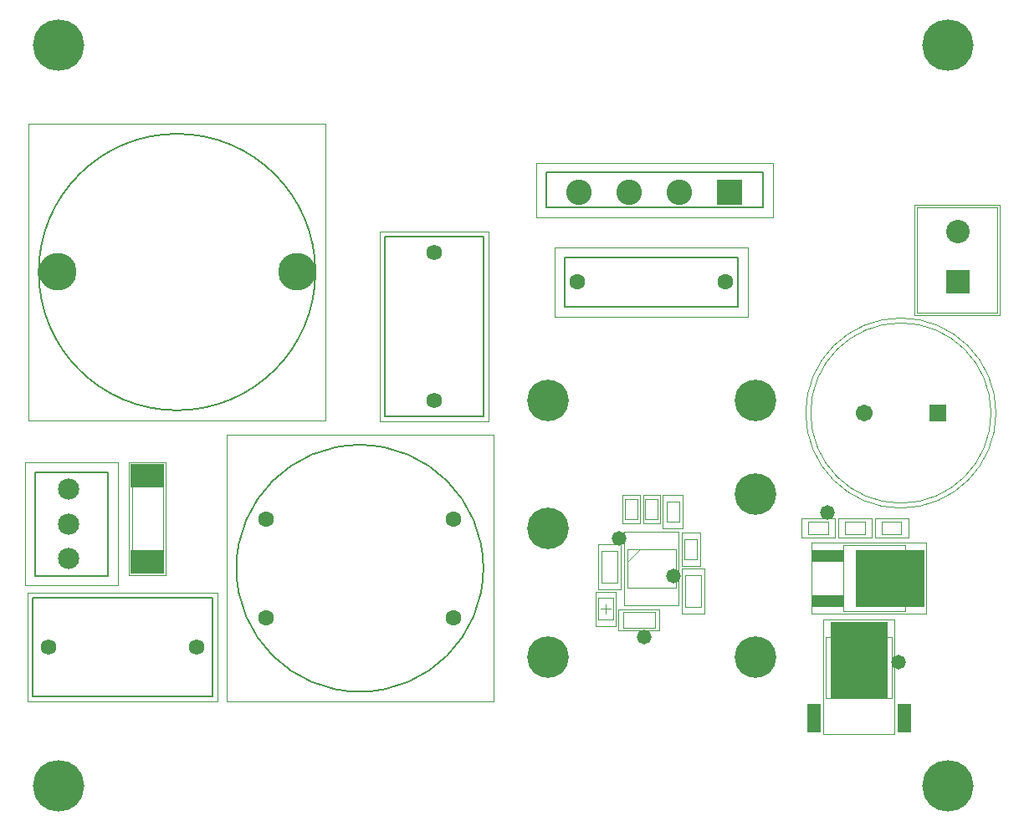
<source format=gts>
G04 Layer_Color=8388736*
%FSLAX25Y25*%
%MOIN*%
G70*
G01*
G75*
%ADD17C,0.00394*%
%ADD18C,0.00787*%
%ADD19C,0.00197*%
%ADD44R,0.22650X0.31115*%
%ADD45R,0.05721X0.11430*%
%ADD46R,0.27572X0.22650*%
%ADD47R,0.12611X0.04737*%
%ADD48R,0.13516X0.09304*%
%ADD49C,0.20485*%
%ADD50C,0.06706*%
%ADD51R,0.06706X0.06706*%
%ADD52C,0.06300*%
%ADD53C,0.16548*%
%ADD54C,0.09363*%
%ADD55R,0.09363X0.09363*%
%ADD56C,0.10131*%
%ADD57R,0.10131X0.10131*%
%ADD58C,0.06237*%
%ADD59C,0.06312*%
%ADD60C,0.14973*%
%ADD61C,0.08477*%
%ADD62C,0.05800*%
D17*
X588091Y325672D02*
G03*
X588091Y325672I-35925J0D01*
G01*
X544522Y282267D02*
X552396D01*
X544522Y277345D02*
Y282267D01*
Y277345D02*
X552396D01*
Y282267D01*
X529938D02*
X537812D01*
X529938Y277345D02*
Y282267D01*
Y277345D02*
X537812D01*
Y282267D01*
X515354D02*
X523228D01*
X515354Y277345D02*
Y282267D01*
Y277345D02*
X523228D01*
Y282267D01*
X441525Y240190D02*
Y246489D01*
X454123D01*
Y240190D02*
Y246489D01*
X441525Y240190D02*
X454123D01*
X466060Y267510D02*
X470981D01*
X466060D02*
Y275384D01*
X470981D01*
Y267510D02*
Y275384D01*
X463796Y282399D02*
Y290273D01*
X458875D02*
X463796D01*
X458875Y282399D02*
Y290273D01*
Y282399D02*
X463796D01*
X466158Y248497D02*
Y260899D01*
Y248497D02*
X472458D01*
Y260899D01*
X466158D02*
X472458D01*
X437433Y243208D02*
Y251869D01*
X431724Y243208D02*
Y251869D01*
Y243208D02*
X437433D01*
X431724Y251869D02*
X437433D01*
X439353Y258185D02*
Y270587D01*
X433054D02*
X439353D01*
X433054Y258185D02*
Y270587D01*
Y258185D02*
X439353D01*
X443110Y266457D02*
X448110Y271457D01*
X443110D02*
X462402D01*
Y256102D02*
Y271457D01*
X443110Y256102D02*
X462402D01*
X443110D02*
Y271457D01*
X442345Y283454D02*
X447267D01*
X442345D02*
Y291328D01*
X447267D01*
Y283454D02*
Y291328D01*
X455315Y283375D02*
Y291249D01*
X450394D02*
X455315D01*
X450394Y283375D02*
Y291249D01*
Y283375D02*
X455315D01*
X548720Y212008D02*
Y236496D01*
X522146Y212008D02*
Y236496D01*
X548720D01*
X522146Y212008D02*
X548720D01*
X529331Y246555D02*
X553819D01*
X529331Y273130D02*
X553819D01*
Y246555D02*
Y273130D01*
X529331Y246555D02*
Y273130D01*
X590551Y365748D02*
Y407717D01*
X558661D02*
X590551D01*
X558661Y365748D02*
Y407717D01*
Y365748D02*
X590551D01*
X245827Y303346D02*
X258110D01*
X245827Y263583D02*
Y303346D01*
Y263583D02*
X258110D01*
Y303346D01*
X432610Y247538D02*
X436547D01*
X434579Y245570D02*
Y249507D01*
X533465Y220472D02*
X537402D01*
X535433Y218504D02*
Y222441D01*
X414370Y364173D02*
X491142D01*
X414370D02*
Y391732D01*
X491142D01*
Y364173D02*
Y391732D01*
X539370Y257874D02*
Y261811D01*
X537402Y259843D02*
X541339D01*
X406811Y403839D02*
Y425492D01*
Y403839D02*
X501299D01*
Y425492D01*
X406811D02*
X501299D01*
X204331Y210630D02*
X279921D01*
X204331D02*
Y253937D01*
X279921D01*
Y210630D02*
Y253937D01*
X389764Y210630D02*
Y316929D01*
X283465Y210630D02*
X389764D01*
X283465D02*
Y316929D01*
X389764D01*
X387795Y322441D02*
Y398032D01*
X344488Y322441D02*
X387795D01*
X344488D02*
Y398032D01*
X387795D01*
X322835Y322835D02*
Y440945D01*
X204724D02*
X322835D01*
X204724Y322835D02*
Y440945D01*
Y322835D02*
X322835D01*
X203150Y306102D02*
X240157D01*
X203150Y256890D02*
Y306102D01*
Y256890D02*
X240157D01*
Y306102D01*
D18*
X336614Y312992D02*
G03*
X336614Y214567I0J-49213D01*
G01*
D02*
G03*
X336614Y312992I0J49213D01*
G01*
X208661Y381890D02*
G03*
X318898Y381890I55118J0D01*
G01*
D02*
G03*
X208661Y381890I-55118J0D01*
G01*
X418307Y368110D02*
X487205D01*
X418307D02*
Y387795D01*
X487205D01*
Y368110D02*
Y387795D01*
X410748Y407776D02*
Y421555D01*
Y407776D02*
X497362D01*
Y421555D01*
X410748D02*
X497362D01*
X206299Y212598D02*
X277953D01*
X206299D02*
Y251969D01*
X277953D01*
Y212598D02*
Y251969D01*
X385827Y324409D02*
Y396063D01*
X346457Y324409D02*
X385827D01*
X346457D02*
Y396063D01*
X385827D01*
X207087Y302165D02*
X236220D01*
X207087Y260827D02*
Y302165D01*
Y260827D02*
X236220D01*
Y302165D01*
D19*
X590059Y325672D02*
G03*
X590059Y325672I-37894J0D01*
G01*
X541766Y283743D02*
X555152D01*
X541766Y275869D02*
Y283743D01*
Y275869D02*
X555152D01*
Y283743D01*
X527182D02*
X540568D01*
X527182Y275869D02*
Y283743D01*
Y275869D02*
X540568D01*
Y283743D01*
X512598D02*
X525984D01*
X512598Y275869D02*
Y283743D01*
Y275869D02*
X525984D01*
Y283743D01*
X439714Y239166D02*
Y247513D01*
X455934D01*
Y239166D02*
Y247513D01*
X439714Y239166D02*
X455934D01*
X464781Y264852D02*
X472261D01*
X464781D02*
Y278041D01*
X472261D01*
Y264852D02*
Y278041D01*
X465273Y279643D02*
Y293029D01*
X457399D02*
X465273D01*
X457399Y279643D02*
Y293029D01*
Y279643D02*
X465273D01*
X464781Y245741D02*
Y263655D01*
Y245741D02*
X473836D01*
Y263655D01*
X464781D02*
X473836D01*
X438516Y240845D02*
Y254231D01*
X430642Y240845D02*
Y254231D01*
Y240845D02*
X438516D01*
X430642Y254231D02*
X438516D01*
X440731Y255429D02*
Y273343D01*
X431676D02*
X440731D01*
X431676Y255429D02*
Y273343D01*
Y255429D02*
X440731D01*
X441929Y278445D02*
X463583D01*
Y249114D02*
Y278445D01*
X441929Y249114D02*
X463583D01*
X441929D02*
Y278445D01*
X441302Y281643D02*
X448310D01*
X441302D02*
Y293139D01*
X448310D01*
Y281643D02*
Y293139D01*
X456201Y281643D02*
Y292981D01*
X449508D02*
X456201D01*
X449508Y281643D02*
Y292981D01*
Y281643D02*
X456201D01*
X549705Y197638D02*
Y243307D01*
X521161Y197638D02*
Y243307D01*
X549705D01*
X521161Y197638D02*
X549705D01*
X516535Y245571D02*
X562205D01*
X516535Y274114D02*
X562205D01*
Y245571D02*
Y274114D01*
X516535Y245571D02*
Y274114D01*
X591535Y364764D02*
Y408701D01*
X557677D02*
X591535D01*
X557677Y364764D02*
Y408701D01*
Y364764D02*
X591535D01*
X244626Y305925D02*
X259311D01*
X244626Y261004D02*
Y305925D01*
Y261004D02*
X259311D01*
Y305925D01*
D44*
X535433Y227165D02*
D03*
D45*
X553425Y203937D02*
D03*
X517441D02*
D03*
D46*
X547835Y259843D02*
D03*
D47*
X522870Y250843D02*
D03*
Y268843D02*
D03*
D48*
X251969Y266240D02*
D03*
Y300689D02*
D03*
D49*
X570866Y472441D02*
D03*
Y177165D02*
D03*
X216535D02*
D03*
Y472441D02*
D03*
D50*
X537402Y325672D02*
D03*
D51*
X566929D02*
D03*
D52*
X482283Y377953D02*
D03*
X423228D02*
D03*
D53*
X494094Y293307D02*
D03*
Y228346D02*
D03*
Y330709D02*
D03*
X411417D02*
D03*
Y228346D02*
D03*
Y279528D02*
D03*
D54*
X574803Y397953D02*
D03*
D55*
Y377953D02*
D03*
D56*
X424055Y413681D02*
D03*
X444055D02*
D03*
X464055D02*
D03*
D57*
X484055D02*
D03*
D58*
X271654Y232283D02*
D03*
X212598D02*
D03*
X366142Y389764D02*
D03*
Y330709D02*
D03*
D59*
X299213Y283465D02*
D03*
X374016D02*
D03*
X299213Y244094D02*
D03*
X374016D02*
D03*
D60*
X216142Y381890D02*
D03*
X311417D02*
D03*
D61*
X220472Y267717D02*
D03*
Y281496D02*
D03*
Y295276D02*
D03*
D62*
X439961Y275590D02*
D03*
X523032Y286023D02*
D03*
X461614Y260827D02*
D03*
X449803Y236221D02*
D03*
X551400Y226200D02*
D03*
M02*

</source>
